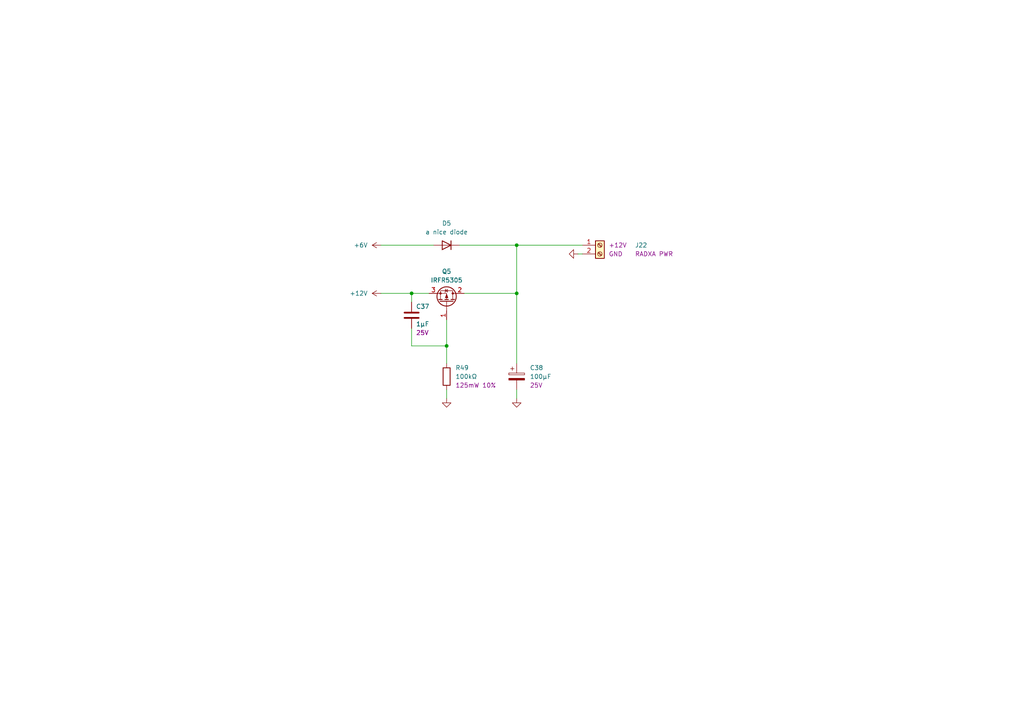
<source format=kicad_sch>
(kicad_sch (version 20231120) (generator "eeschema") (generator_version "8.0")
  (paper "A4")
  (lib_symbols
    (symbol "Device:C" (pin_numbers hide) (pin_names (offset 0.254))
      (property "Reference" "C" (at 0.635 2.54 0))
      (property "Value" "C" (at 0.635 -2.54 0))
      (symbol "C_0_1"
        (polyline (pts (xy -2.032 -0.762) (xy 2.032 -0.762)) (stroke (width 0.508)))
        (polyline (pts (xy -2.032 0.762) (xy 2.032 0.762)) (stroke (width 0.508)))
      )
      (symbol "C_1_1"
        (pin passive line (at 0 3.81 270) (length 2.794) (name "~") (number "1"))
        (pin passive line (at 0 -3.81 90) (length 2.794) (name "~") (number "2"))
      )
    )
    (symbol "Device:C_Polarized" (pin_numbers hide) (pin_names (offset 0.254))
      (property "Reference" "C" (at 0.635 2.54 0))
      (property "Value" "C_Polarized" (at 0.635 -2.54 0))
      (symbol "C_Polarized_0_1"
        (rectangle (start -2.286 0.508) (end 2.286 1.016))
        (polyline (pts (xy -1.778 2.286) (xy -0.762 2.286)))
        (polyline (pts (xy -1.27 2.794) (xy -1.27 1.778)))
        (rectangle (start 2.286 -0.508) (end -2.286 -1.016) (fill (type outline)))
      )
      (symbol "C_Polarized_1_1"
        (pin passive line (at 0 3.81 270) (length 2.794) (name "~") (number "1"))
        (pin passive line (at 0 -3.81 90) (length 2.794) (name "~") (number "2"))
      )
    )
    (symbol "Device:R" (pin_numbers hide) (pin_names (offset 0))
      (property "Reference" "R" (at 2.032 0 90))
      (property "Value" "R" (at 0 0 90))
      (symbol "R_0_1"
        (rectangle (start -1.016 -2.54) (end 1.016 2.54) (stroke (width 0.254)))
      )
      (symbol "R_1_1"
        (pin passive line (at 0 3.81 270) (length 1.27) (name "~") (number "1"))
        (pin passive line (at 0 -3.81 90) (length 1.27) (name "~") (number "2"))
      )
    )
    (symbol "Diode:1N4007" (pin_numbers hide) (pin_names hide)
      (property "Reference" "D" (at 0 2.54 0))
      (property "Value" "1N4007" (at 0 -2.54 0))
      (symbol "1N4007_0_1"
        (polyline (pts (xy -1.27 1.27) (xy -1.27 -1.27)) (stroke (width 0.254)))
        (polyline (pts (xy 1.27 0) (xy -1.27 0)))
        (polyline (pts (xy 1.27 1.27) (xy 1.27 -1.27) (xy -1.27 0) (xy 1.27 1.27)) (stroke (width 0.254)))
      )
      (symbol "1N4007_1_1"
        (pin passive line (at -3.81 0 0) (length 2.54) (name "K") (number "1"))
        (pin passive line (at 3.81 0 180) (length 2.54) (name "A") (number "2"))
      )
    )
    (symbol "Transistor_FET:FQP27P06" (pin_names hide)
      (property "Reference" "Q" (at 5.08 1.905 0))
      (property "Value" "FQP27P06" (at 5.08 0 0))
      (symbol "FQP27P06_0_1"
        (polyline (pts (xy 0.254 0) (xy -2.54 0)))
        (polyline (pts (xy 0.254 1.905) (xy 0.254 -1.905)) (stroke (width 0.254)))
        (polyline (pts (xy 0.762 -1.27) (xy 0.762 -2.286)) (stroke (width 0.254)))
        (polyline (pts (xy 0.762 0.508) (xy 0.762 -0.508)) (stroke (width 0.254)))
        (polyline (pts (xy 0.762 2.286) (xy 0.762 1.27)) (stroke (width 0.254)))
        (polyline (pts (xy 2.54 2.54) (xy 2.54 1.778)))
        (polyline (pts (xy 2.54 -2.54) (xy 2.54 0) (xy 0.762 0)))
        (polyline (pts (xy 0.762 1.778) (xy 3.302 1.778) (xy 3.302 -1.778) (xy 0.762 -1.778)))
        (polyline (pts (xy 2.286 0) (xy 1.27 0.381) (xy 1.27 -0.381) (xy 2.286 0)) (fill (type outline)))
        (polyline (pts (xy 2.794 -0.508) (xy 2.921 -0.381) (xy 3.683 -0.381) (xy 3.81 -0.254)))
        (polyline (pts (xy 3.302 -0.381) (xy 2.921 0.254) (xy 3.683 0.254) (xy 3.302 -0.381)))
        (circle (center 1.651 0) (radius 2.794) (stroke (width 0.254)))
        (circle (center 2.54 -1.778) (radius 0.254) (fill (type outline)))
        (circle (center 2.54 1.778) (radius 0.254) (fill (type outline)))
      )
      (symbol "FQP27P06_1_1"
        (pin input line (at -5.08 0 0) (length 2.54) (name "G") (number "1"))
        (pin passive line (at 2.54 5.08 270) (length 2.54) (name "D") (number "2"))
        (pin passive line (at 2.54 -5.08 90) (length 2.54) (name "S") (number "3"))
      )
    )
    (symbol "conn:Screw_Terminal_01x02" (pin_names (offset 1.016) hide)
      (property "Reference" "J" (at 10.16 0 0))
      (property "Purpose Pin1" "T1" (at 2.54 0 0))
      (property "Purpose Pin2" "T2" (at 2.54 -2.54 0))
      (property "Purpose" "Terminal" (at 10.16 -2.54 0))
      (symbol "Screw_Terminal_01x02_1_1"
        (rectangle (start -1.27 1.27) (end 1.27 -3.81) (stroke (width 0.254)) (fill (type background)))
        (circle (center 0 -2.54) (radius 0.635) (stroke (width 0.1524)))
        (polyline (pts (xy -0.5334 -2.2098) (xy 0.3302 -3.048)) (stroke (width 0.1524)))
        (polyline (pts (xy -0.5334 0.3302) (xy 0.3302 -0.508)) (stroke (width 0.1524)))
        (polyline (pts (xy -0.3556 -2.032) (xy 0.508 -2.8702)) (stroke (width 0.1524)))
        (polyline (pts (xy -0.3556 0.508) (xy 0.508 -0.3302)) (stroke (width 0.1524)))
        (circle (center 0 0) (radius 0.635) (stroke (width 0.1524)))
        (pin passive line (at -5.08 0 0) (length 3.81) (name "Pin_1") (number "1"))
        (pin passive line (at -5.08 -2.54 0) (length 3.81) (name "Pin_2") (number "2"))
      )
    )
    (symbol "power:+12V" (power) (pin_numbers hide) (pin_names (offset 0) hide)
      (property "Value" "+12V" (at 0 3.556 0))
      (symbol "+12V_0_1"
        (polyline (pts (xy -0.762 1.27) (xy 0 2.54)))
        (polyline (pts (xy 0 0) (xy 0 2.54)))
        (polyline (pts (xy 0 2.54) (xy 0.762 1.27)))
      )
      (symbol "+12V_1_1"
        (pin power_in line (at 0 0 90) (length 0) (name "~") (number "1"))
      )
    )
    (symbol "power:+6V" (power) (pin_numbers hide) (pin_names (offset 0) hide)
      (property "Value" "+6V" (at 0 3.556 0))
      (symbol "+6V_0_1"
        (polyline (pts (xy -0.762 1.27) (xy 0 2.54)))
        (polyline (pts (xy 0 0) (xy 0 2.54)))
        (polyline (pts (xy 0 2.54) (xy 0.762 1.27)))
      )
      (symbol "+6V_1_1"
        (pin power_in line (at 0 0 90) (length 0) (name "~") (number "1"))
      )
    )
    (symbol "power:GND" (power) (pin_names (offset 0))
      (property "Value" "GND" (at 0 -3.81 0))
      (symbol "GND_0_1"
        (polyline (pts (xy 0 0) (xy 0 -1.27) (xy 1.27 -1.27) (xy 0 -2.54) (xy -1.27 -1.27) (xy 0 -1.27)))
      )
      (symbol "GND_1_1"
        (pin power_in line (at 0 0 270) (length 0) hide (name "GND") (number "1"))
      )
    )
  )
  (junction (at 129.54 100.33))
  (junction (at 149.86 71.12))
  (junction (at 149.86 85.09))
  (junction (at 119.38 85.09))
  (wire (pts (xy 129.54 113.03) (xy 129.54 115.57)))
  (wire (pts (xy 110.49 85.09) (xy 119.38 85.09)))
  (wire (pts (xy 119.38 100.33) (xy 119.38 95.25)))
  (wire (pts (xy 134.62 85.09) (xy 149.86 85.09)))
  (wire (pts (xy 110.49 71.12) (xy 125.73 71.12)))
  (wire (pts (xy 129.54 100.33) (xy 119.38 100.33)))
  (wire (pts (xy 119.38 85.09) (xy 124.46 85.09)))
  (wire (pts (xy 167.64 73.66) (xy 168.91 73.66)))
  (wire (pts (xy 119.38 85.09) (xy 119.38 87.63)))
  (wire (pts (xy 149.86 85.09) (xy 149.86 105.41)))
  (wire (pts (xy 149.86 71.12) (xy 168.91 71.12)))
  (wire (pts (xy 149.86 71.12) (xy 149.86 85.09)))
  (wire (pts (xy 133.35 71.12) (xy 149.86 71.12)))
  (wire (pts (xy 129.54 100.33) (xy 129.54 105.41)))
  (wire (pts (xy 129.54 92.71) (xy 129.54 100.33)))
  (wire (pts (xy 149.86 113.03) (xy 149.86 115.57)))
  (symbol (lib_id "Device:C") (at 119.38 91.44 0) (unit 1)
    (property "Reference" "C37" (at 120.65 88.9 0) (effects (justify left)))
    (property "Value" "1μF" (at 120.65 93.98 0) (effects (justify left)))
    (property "Footprint" "Capacitor_SMD:C_0805_2012Metric" (effects (hide yes)))
    (property "Info" "25V" (at 120.65 96.52 0) (effects (justify left)))
    (property "Shop" "https://store.comet.bg/Catalogue/Product/9031/" (effects (hide yes)))
  )
  (symbol (lib_id "Device:R") (at 129.54 109.22 180) (unit 1)
    (property "Reference" "R49" (at 132.08 106.68 0) (effects (justify right)))
    (property "Value" "100kΩ" (at 132.08 109.22 0) (effects (justify right)))
    (property "Footprint" "Resistor_SMD:R_0805_2012Metric" (effects (hide yes)))
    (property "Info" "125mW 10%" (at 132.08 111.76 0) (effects (justify right)))
    (property "Shop" "https://store.comet.bg/Catalogue/Product/29105/" (effects (hide yes)))
  )
  (symbol (lib_id "Transistor_FET:FQP27P06") (at 129.54 87.63 270) (mirror x) (unit 1)
    (property "Reference" "Q5" (at 129.54 78.74 90))
    (property "Value" "IRFR5305" (at 129.54 81.28 90))
    (property "Footprint" "Package_TO_SOT_SMD:TO-252-2" (effects (hide yes)))
    (property "Description" "MOSFET" (effects (hide yes)))
    (property "Shop" "https://store.comet.bg/Catalogue/Product/18871/" (effects (hide yes)))
  )
  (symbol (lib_id "power:GND") (at 167.64 73.66 270) (unit 1)
    (property "Reference" "#PWR097" (effects (hide yes)))
    (property "Value" "GND" (effects (hide yes)))
  )
  (symbol (lib_id "power:GND") (at 129.54 115.57 0) (unit 1)
    (property "Reference" "#PWR095" (effects (hide yes)))
    (property "Value" "GND" (effects (hide yes)))
  )
  (symbol (lib_id "Diode:1N4007") (at 129.54 71.12 180) (unit 1)
    (property "Reference" "D5" (at 129.54 64.77 0))
    (property "Value" "a nice diode" (at 129.54 67.31 0))
    (property "Footprint" "Diode_SMD:D_SMB" (effects (hide yes)))
    (property "Datasheet" "http://www.vishay.com/docs/88503/1n4001.pdf" (effects (hide yes)))
    (property "Description" "1000V 1A General Purpose Rectifier Diode, DO-41" (effects (hide yes)))
    (property "Sim.Device" "D" (effects (hide yes)))
    (property "Sim.Pins" "1=K 2=A" (effects (hide yes)))
    (property "Shop" "https://store.comet.bg/Catalogue/Product/48275/" (effects (hide yes)))
  )
  (symbol (lib_id "Device:C_Polarized") (at 149.86 109.22 0) (unit 1)
    (property "Reference" "C38" (at 153.67 106.68 0) (effects (justify left)))
    (property "Value" "100μF" (at 153.67 109.22 0) (effects (justify left)))
    (property "Footprint" "Capacitor_SMD:CP_Elec_6.3x7.7" (effects (hide yes)))
    (property "Description" "Polarized capacitor" (effects (hide yes)))
    (property "Info" "25V" (at 153.67 111.76 0) (effects (justify left)))
    (property "Shop" "https://store.comet.bg/Catalogue/Product/29565/" (effects (hide yes)))
  )
  (symbol (lib_id "power:GND") (at 149.86 115.57 0) (unit 1)
    (property "Reference" "#PWR096" (effects (hide yes)))
    (property "Value" "GND" (effects (hide yes)))
  )
  (symbol (lib_id "power:+12V") (at 110.49 85.09 90) (unit 1)
    (property "Reference" "#PWR094" (effects (hide yes)))
    (property "Value" "+12V" (at 106.68 85.0899 90) (effects (justify left)))
    (property "Description" "Power symbol creates a global label with name \"+12V\"" (effects (hide yes)))
  )
  (symbol (lib_id "conn:Screw_Terminal_01x02") (at 173.99 71.12 0) (unit 1)
    (property "Reference" "J22" (at 184.15 71.12 0) (effects (justify left)))
    (property "Value" "ScrewTerminal_02" (effects (hide yes)))
    (property "Footprint" "conn:TerminalBlock_4Ucon_1x02_P3.50mm_Vertical" (effects (hide yes)))
    (property "Purpose" "RADXA PWR" (at 184.15 73.66 0) (effects (justify left)))
    (property "Purpose Pin1" "+12V" (at 176.53 71.12 0) (effects (justify left)))
    (property "Purpose Pin2" "GND" (at 176.53 73.66 0) (effects (justify left)))
    (property "Shop" "https://eu.mouser.com/ProductDetail/TE-Connectivity/284514-2?qs=woBvfblj%2FzwP8grZOAh0Gg%3D%3D" (effects (hide yes)))
  )
  (symbol (lib_id "power:+6V") (at 110.49 71.12 90) (unit 1)
    (property "Reference" "#PWR093" (effects (hide yes)))
    (property "Value" "+6V" (at 106.68 71.1199 90) (effects (justify left)))
    (property "Description" "Power symbol creates a global label with name \"+6V\"" (effects (hide yes)))
  )
)
</source>
